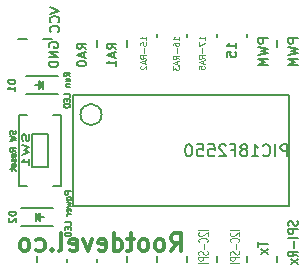
<source format=gbr>
G04 #@! TF.FileFunction,Legend,Bot*
%FSLAX46Y46*%
G04 Gerber Fmt 4.6, Leading zero omitted, Abs format (unit mm)*
G04 Created by KiCad (PCBNEW 4.0.4+dfsg1-stable) date Sat Feb  4 10:26:13 2017*
%MOMM*%
%LPD*%
G01*
G04 APERTURE LIST*
%ADD10C,0.100000*%
%ADD11C,0.200000*%
%ADD12C,0.300000*%
%ADD13C,0.125000*%
%ADD14C,0.175000*%
%ADD15C,0.150000*%
%ADD16C,0.127000*%
G04 APERTURE END LIST*
D10*
D11*
X31394400Y-24053800D02*
X32181800Y-24053800D01*
X33528000Y-24053800D02*
X34315400Y-24053800D01*
D12*
X44368571Y-42028571D02*
X44868571Y-41314286D01*
X45225714Y-42028571D02*
X45225714Y-40528571D01*
X44654286Y-40528571D01*
X44511428Y-40600000D01*
X44440000Y-40671429D01*
X44368571Y-40814286D01*
X44368571Y-41028571D01*
X44440000Y-41171429D01*
X44511428Y-41242857D01*
X44654286Y-41314286D01*
X45225714Y-41314286D01*
X43511428Y-42028571D02*
X43654286Y-41957143D01*
X43725714Y-41885714D01*
X43797143Y-41742857D01*
X43797143Y-41314286D01*
X43725714Y-41171429D01*
X43654286Y-41100000D01*
X43511428Y-41028571D01*
X43297143Y-41028571D01*
X43154286Y-41100000D01*
X43082857Y-41171429D01*
X43011428Y-41314286D01*
X43011428Y-41742857D01*
X43082857Y-41885714D01*
X43154286Y-41957143D01*
X43297143Y-42028571D01*
X43511428Y-42028571D01*
X42154285Y-42028571D02*
X42297143Y-41957143D01*
X42368571Y-41885714D01*
X42440000Y-41742857D01*
X42440000Y-41314286D01*
X42368571Y-41171429D01*
X42297143Y-41100000D01*
X42154285Y-41028571D01*
X41940000Y-41028571D01*
X41797143Y-41100000D01*
X41725714Y-41171429D01*
X41654285Y-41314286D01*
X41654285Y-41742857D01*
X41725714Y-41885714D01*
X41797143Y-41957143D01*
X41940000Y-42028571D01*
X42154285Y-42028571D01*
X41225714Y-41028571D02*
X40654285Y-41028571D01*
X41011428Y-40528571D02*
X41011428Y-41814286D01*
X40940000Y-41957143D01*
X40797142Y-42028571D01*
X40654285Y-42028571D01*
X39511428Y-42028571D02*
X39511428Y-40528571D01*
X39511428Y-41957143D02*
X39654285Y-42028571D01*
X39939999Y-42028571D01*
X40082857Y-41957143D01*
X40154285Y-41885714D01*
X40225714Y-41742857D01*
X40225714Y-41314286D01*
X40154285Y-41171429D01*
X40082857Y-41100000D01*
X39939999Y-41028571D01*
X39654285Y-41028571D01*
X39511428Y-41100000D01*
X38225714Y-41957143D02*
X38368571Y-42028571D01*
X38654285Y-42028571D01*
X38797142Y-41957143D01*
X38868571Y-41814286D01*
X38868571Y-41242857D01*
X38797142Y-41100000D01*
X38654285Y-41028571D01*
X38368571Y-41028571D01*
X38225714Y-41100000D01*
X38154285Y-41242857D01*
X38154285Y-41385714D01*
X38868571Y-41528571D01*
X37654285Y-41028571D02*
X37297142Y-42028571D01*
X36940000Y-41028571D01*
X35797143Y-41957143D02*
X35940000Y-42028571D01*
X36225714Y-42028571D01*
X36368571Y-41957143D01*
X36440000Y-41814286D01*
X36440000Y-41242857D01*
X36368571Y-41100000D01*
X36225714Y-41028571D01*
X35940000Y-41028571D01*
X35797143Y-41100000D01*
X35725714Y-41242857D01*
X35725714Y-41385714D01*
X36440000Y-41528571D01*
X34868571Y-42028571D02*
X35011429Y-41957143D01*
X35082857Y-41814286D01*
X35082857Y-40528571D01*
X34297143Y-41885714D02*
X34225715Y-41957143D01*
X34297143Y-42028571D01*
X34368572Y-41957143D01*
X34297143Y-41885714D01*
X34297143Y-42028571D01*
X32940000Y-41957143D02*
X33082857Y-42028571D01*
X33368571Y-42028571D01*
X33511429Y-41957143D01*
X33582857Y-41885714D01*
X33654286Y-41742857D01*
X33654286Y-41314286D01*
X33582857Y-41171429D01*
X33511429Y-41100000D01*
X33368571Y-41028571D01*
X33082857Y-41028571D01*
X32940000Y-41100000D01*
X32082857Y-42028571D02*
X32225715Y-41957143D01*
X32297143Y-41885714D01*
X32368572Y-41742857D01*
X32368572Y-41314286D01*
X32297143Y-41171429D01*
X32225715Y-41100000D01*
X32082857Y-41028571D01*
X31868572Y-41028571D01*
X31725715Y-41100000D01*
X31654286Y-41171429D01*
X31582857Y-41314286D01*
X31582857Y-41742857D01*
X31654286Y-41885714D01*
X31725715Y-41957143D01*
X31868572Y-42028571D01*
X32082857Y-42028571D01*
D11*
X34042400Y-24790477D02*
X34004305Y-24714286D01*
X34004305Y-24600001D01*
X34042400Y-24485715D01*
X34118590Y-24409524D01*
X34194781Y-24371429D01*
X34347162Y-24333334D01*
X34461448Y-24333334D01*
X34613829Y-24371429D01*
X34690019Y-24409524D01*
X34766210Y-24485715D01*
X34804305Y-24600001D01*
X34804305Y-24676191D01*
X34766210Y-24790477D01*
X34728114Y-24828572D01*
X34461448Y-24828572D01*
X34461448Y-24676191D01*
X34804305Y-25171429D02*
X34004305Y-25171429D01*
X34804305Y-25628572D01*
X34004305Y-25628572D01*
X34804305Y-26009524D02*
X34004305Y-26009524D01*
X34004305Y-26200000D01*
X34042400Y-26314286D01*
X34118590Y-26390477D01*
X34194781Y-26428572D01*
X34347162Y-26466667D01*
X34461448Y-26466667D01*
X34613829Y-26428572D01*
X34690019Y-26390477D01*
X34766210Y-26314286D01*
X34804305Y-26200000D01*
X34804305Y-26009524D01*
X34105905Y-21412333D02*
X34905905Y-21679000D01*
X34105905Y-21945667D01*
X34829714Y-22669476D02*
X34867810Y-22631381D01*
X34905905Y-22517095D01*
X34905905Y-22440905D01*
X34867810Y-22326619D01*
X34791619Y-22250428D01*
X34715429Y-22212333D01*
X34563048Y-22174238D01*
X34448762Y-22174238D01*
X34296381Y-22212333D01*
X34220190Y-22250428D01*
X34144000Y-22326619D01*
X34105905Y-22440905D01*
X34105905Y-22517095D01*
X34144000Y-22631381D01*
X34182095Y-22669476D01*
X34829714Y-23469476D02*
X34867810Y-23431381D01*
X34905905Y-23317095D01*
X34905905Y-23240905D01*
X34867810Y-23126619D01*
X34791619Y-23050428D01*
X34715429Y-23012333D01*
X34563048Y-22974238D01*
X34448762Y-22974238D01*
X34296381Y-23012333D01*
X34220190Y-23050428D01*
X34144000Y-23126619D01*
X34105905Y-23240905D01*
X34105905Y-23317095D01*
X34144000Y-23431381D01*
X34182095Y-23469476D01*
D13*
X47478905Y-40251239D02*
X46678905Y-40251239D01*
X46755095Y-40465524D02*
X46717000Y-40489334D01*
X46678905Y-40536953D01*
X46678905Y-40656000D01*
X46717000Y-40703619D01*
X46755095Y-40727429D01*
X46831286Y-40751238D01*
X46907476Y-40751238D01*
X47021762Y-40727429D01*
X47478905Y-40441715D01*
X47478905Y-40751238D01*
X47402714Y-41251238D02*
X47440810Y-41227428D01*
X47478905Y-41156000D01*
X47478905Y-41108381D01*
X47440810Y-41036952D01*
X47364619Y-40989333D01*
X47288429Y-40965524D01*
X47136048Y-40941714D01*
X47021762Y-40941714D01*
X46869381Y-40965524D01*
X46793190Y-40989333D01*
X46717000Y-41036952D01*
X46678905Y-41108381D01*
X46678905Y-41156000D01*
X46717000Y-41227428D01*
X46755095Y-41251238D01*
X47174143Y-41465524D02*
X47174143Y-41846476D01*
X47440810Y-42060762D02*
X47478905Y-42132191D01*
X47478905Y-42251238D01*
X47440810Y-42298857D01*
X47402714Y-42322667D01*
X47326524Y-42346476D01*
X47250333Y-42346476D01*
X47174143Y-42322667D01*
X47136048Y-42298857D01*
X47097952Y-42251238D01*
X47059857Y-42156000D01*
X47021762Y-42108381D01*
X46983667Y-42084572D01*
X46907476Y-42060762D01*
X46831286Y-42060762D01*
X46755095Y-42084572D01*
X46717000Y-42108381D01*
X46678905Y-42156000D01*
X46678905Y-42275048D01*
X46717000Y-42346476D01*
X47478905Y-42560762D02*
X46678905Y-42560762D01*
X46678905Y-42751238D01*
X46717000Y-42798857D01*
X46755095Y-42822666D01*
X46831286Y-42846476D01*
X46945571Y-42846476D01*
X47021762Y-42822666D01*
X47059857Y-42798857D01*
X47097952Y-42751238D01*
X47097952Y-42560762D01*
X47478905Y-43060762D02*
X46678905Y-43060762D01*
X50145905Y-40251239D02*
X49345905Y-40251239D01*
X49422095Y-40465524D02*
X49384000Y-40489334D01*
X49345905Y-40536953D01*
X49345905Y-40656000D01*
X49384000Y-40703619D01*
X49422095Y-40727429D01*
X49498286Y-40751238D01*
X49574476Y-40751238D01*
X49688762Y-40727429D01*
X50145905Y-40441715D01*
X50145905Y-40751238D01*
X50069714Y-41251238D02*
X50107810Y-41227428D01*
X50145905Y-41156000D01*
X50145905Y-41108381D01*
X50107810Y-41036952D01*
X50031619Y-40989333D01*
X49955429Y-40965524D01*
X49803048Y-40941714D01*
X49688762Y-40941714D01*
X49536381Y-40965524D01*
X49460190Y-40989333D01*
X49384000Y-41036952D01*
X49345905Y-41108381D01*
X49345905Y-41156000D01*
X49384000Y-41227428D01*
X49422095Y-41251238D01*
X49841143Y-41465524D02*
X49841143Y-41846476D01*
X50107810Y-42060762D02*
X50145905Y-42132191D01*
X50145905Y-42251238D01*
X50107810Y-42298857D01*
X50069714Y-42322667D01*
X49993524Y-42346476D01*
X49917333Y-42346476D01*
X49841143Y-42322667D01*
X49803048Y-42298857D01*
X49764952Y-42251238D01*
X49726857Y-42156000D01*
X49688762Y-42108381D01*
X49650667Y-42084572D01*
X49574476Y-42060762D01*
X49498286Y-42060762D01*
X49422095Y-42084572D01*
X49384000Y-42108381D01*
X49345905Y-42156000D01*
X49345905Y-42275048D01*
X49384000Y-42346476D01*
X50145905Y-42560762D02*
X49345905Y-42560762D01*
X49345905Y-42751238D01*
X49384000Y-42798857D01*
X49422095Y-42822666D01*
X49498286Y-42846476D01*
X49612571Y-42846476D01*
X49688762Y-42822666D01*
X49726857Y-42798857D01*
X49764952Y-42751238D01*
X49764952Y-42560762D01*
X50145905Y-43060762D02*
X49345905Y-43060762D01*
X47216190Y-24165858D02*
X47216190Y-23880144D01*
X47216190Y-24023001D02*
X46716190Y-24023001D01*
X46787619Y-23975382D01*
X46835238Y-23927763D01*
X46859048Y-23880144D01*
X46716190Y-24332525D02*
X46716190Y-24665858D01*
X47216190Y-24451572D01*
X47025714Y-24856334D02*
X47025714Y-25237286D01*
X47216190Y-25761096D02*
X46978095Y-25594429D01*
X47216190Y-25475382D02*
X46716190Y-25475382D01*
X46716190Y-25665858D01*
X46740000Y-25713477D01*
X46763810Y-25737286D01*
X46811429Y-25761096D01*
X46882857Y-25761096D01*
X46930476Y-25737286D01*
X46954286Y-25713477D01*
X46978095Y-25665858D01*
X46978095Y-25475382D01*
X47073333Y-25951572D02*
X47073333Y-26189667D01*
X47216190Y-25903953D02*
X46716190Y-26070620D01*
X47216190Y-26237286D01*
X46716190Y-26642048D02*
X46716190Y-26403953D01*
X46954286Y-26380143D01*
X46930476Y-26403953D01*
X46906667Y-26451572D01*
X46906667Y-26570619D01*
X46930476Y-26618238D01*
X46954286Y-26642048D01*
X47001905Y-26665857D01*
X47120952Y-26665857D01*
X47168571Y-26642048D01*
X47192381Y-26618238D01*
X47216190Y-26570619D01*
X47216190Y-26451572D01*
X47192381Y-26403953D01*
X47168571Y-26380143D01*
X45031790Y-24191258D02*
X45031790Y-23905544D01*
X45031790Y-24048401D02*
X44531790Y-24048401D01*
X44603219Y-24000782D01*
X44650838Y-23953163D01*
X44674648Y-23905544D01*
X44531790Y-24619829D02*
X44531790Y-24524591D01*
X44555600Y-24476972D01*
X44579410Y-24453163D01*
X44650838Y-24405544D01*
X44746076Y-24381734D01*
X44936552Y-24381734D01*
X44984171Y-24405544D01*
X45007981Y-24429353D01*
X45031790Y-24476972D01*
X45031790Y-24572210D01*
X45007981Y-24619829D01*
X44984171Y-24643639D01*
X44936552Y-24667448D01*
X44817505Y-24667448D01*
X44769886Y-24643639D01*
X44746076Y-24619829D01*
X44722267Y-24572210D01*
X44722267Y-24476972D01*
X44746076Y-24429353D01*
X44769886Y-24405544D01*
X44817505Y-24381734D01*
X44841314Y-24881734D02*
X44841314Y-25262686D01*
X45031790Y-25786496D02*
X44793695Y-25619829D01*
X45031790Y-25500782D02*
X44531790Y-25500782D01*
X44531790Y-25691258D01*
X44555600Y-25738877D01*
X44579410Y-25762686D01*
X44627029Y-25786496D01*
X44698457Y-25786496D01*
X44746076Y-25762686D01*
X44769886Y-25738877D01*
X44793695Y-25691258D01*
X44793695Y-25500782D01*
X44888933Y-25976972D02*
X44888933Y-26215067D01*
X45031790Y-25929353D02*
X44531790Y-26096020D01*
X45031790Y-26262686D01*
X44531790Y-26381734D02*
X44531790Y-26691257D01*
X44722267Y-26524591D01*
X44722267Y-26596019D01*
X44746076Y-26643638D01*
X44769886Y-26667448D01*
X44817505Y-26691257D01*
X44936552Y-26691257D01*
X44984171Y-26667448D01*
X45007981Y-26643638D01*
X45031790Y-26596019D01*
X45031790Y-26453162D01*
X45007981Y-26405543D01*
X44984171Y-26381734D01*
D11*
X49891905Y-24866619D02*
X49891905Y-24409476D01*
X49891905Y-24638047D02*
X49091905Y-24638047D01*
X49206190Y-24561857D01*
X49282381Y-24485666D01*
X49320476Y-24409476D01*
X49091905Y-25590429D02*
X49091905Y-25209476D01*
X49472857Y-25171381D01*
X49434762Y-25209476D01*
X49396667Y-25285667D01*
X49396667Y-25476143D01*
X49434762Y-25552333D01*
X49472857Y-25590429D01*
X49549048Y-25628524D01*
X49739524Y-25628524D01*
X49815714Y-25590429D01*
X49853810Y-25552333D01*
X49891905Y-25476143D01*
X49891905Y-25285667D01*
X49853810Y-25209476D01*
X49815714Y-25171381D01*
D13*
X42263190Y-24165858D02*
X42263190Y-23880144D01*
X42263190Y-24023001D02*
X41763190Y-24023001D01*
X41834619Y-23975382D01*
X41882238Y-23927763D01*
X41906048Y-23880144D01*
X41763190Y-24618239D02*
X41763190Y-24380144D01*
X42001286Y-24356334D01*
X41977476Y-24380144D01*
X41953667Y-24427763D01*
X41953667Y-24546810D01*
X41977476Y-24594429D01*
X42001286Y-24618239D01*
X42048905Y-24642048D01*
X42167952Y-24642048D01*
X42215571Y-24618239D01*
X42239381Y-24594429D01*
X42263190Y-24546810D01*
X42263190Y-24427763D01*
X42239381Y-24380144D01*
X42215571Y-24356334D01*
X42072714Y-24856334D02*
X42072714Y-25237286D01*
X42263190Y-25761096D02*
X42025095Y-25594429D01*
X42263190Y-25475382D02*
X41763190Y-25475382D01*
X41763190Y-25665858D01*
X41787000Y-25713477D01*
X41810810Y-25737286D01*
X41858429Y-25761096D01*
X41929857Y-25761096D01*
X41977476Y-25737286D01*
X42001286Y-25713477D01*
X42025095Y-25665858D01*
X42025095Y-25475382D01*
X42120333Y-25951572D02*
X42120333Y-26189667D01*
X42263190Y-25903953D02*
X41763190Y-26070620D01*
X42263190Y-26237286D01*
X41810810Y-26380143D02*
X41787000Y-26403953D01*
X41763190Y-26451572D01*
X41763190Y-26570619D01*
X41787000Y-26618238D01*
X41810810Y-26642048D01*
X41858429Y-26665857D01*
X41906048Y-26665857D01*
X41977476Y-26642048D01*
X42263190Y-26356334D01*
X42263190Y-26665857D01*
D14*
X55060810Y-39491666D02*
X55098905Y-39591666D01*
X55098905Y-39758333D01*
X55060810Y-39825000D01*
X55022714Y-39858333D01*
X54946524Y-39891666D01*
X54870333Y-39891666D01*
X54794143Y-39858333D01*
X54756048Y-39825000D01*
X54717952Y-39758333D01*
X54679857Y-39625000D01*
X54641762Y-39558333D01*
X54603667Y-39525000D01*
X54527476Y-39491666D01*
X54451286Y-39491666D01*
X54375095Y-39525000D01*
X54337000Y-39558333D01*
X54298905Y-39625000D01*
X54298905Y-39791666D01*
X54337000Y-39891666D01*
X55098905Y-40191667D02*
X54298905Y-40191667D01*
X54298905Y-40458333D01*
X54337000Y-40525000D01*
X54375095Y-40558333D01*
X54451286Y-40591667D01*
X54565571Y-40591667D01*
X54641762Y-40558333D01*
X54679857Y-40525000D01*
X54717952Y-40458333D01*
X54717952Y-40191667D01*
X55098905Y-40891667D02*
X54298905Y-40891667D01*
X54794143Y-41225000D02*
X54794143Y-41758333D01*
X55098905Y-42491667D02*
X54717952Y-42258333D01*
X55098905Y-42091667D02*
X54298905Y-42091667D01*
X54298905Y-42358333D01*
X54337000Y-42425000D01*
X54375095Y-42458333D01*
X54451286Y-42491667D01*
X54565571Y-42491667D01*
X54641762Y-42458333D01*
X54679857Y-42425000D01*
X54717952Y-42358333D01*
X54717952Y-42091667D01*
X55098905Y-42725000D02*
X54565571Y-43091667D01*
X54565571Y-42725000D02*
X55098905Y-43091667D01*
D11*
X51758905Y-41230619D02*
X51758905Y-41687762D01*
X52558905Y-41459191D02*
X51758905Y-41459191D01*
X52558905Y-41878239D02*
X52025571Y-42297286D01*
X52025571Y-41878239D02*
X52558905Y-42297286D01*
X39731905Y-24923810D02*
X39350952Y-24657143D01*
X39731905Y-24466667D02*
X38931905Y-24466667D01*
X38931905Y-24771429D01*
X38970000Y-24847620D01*
X39008095Y-24885715D01*
X39084286Y-24923810D01*
X39198571Y-24923810D01*
X39274762Y-24885715D01*
X39312857Y-24847620D01*
X39350952Y-24771429D01*
X39350952Y-24466667D01*
X39503333Y-25228572D02*
X39503333Y-25609524D01*
X39731905Y-25152381D02*
X38931905Y-25419048D01*
X39731905Y-25685715D01*
X39731905Y-26371429D02*
X39731905Y-25914286D01*
X39731905Y-26142857D02*
X38931905Y-26142857D01*
X39046190Y-26066667D01*
X39122381Y-25990476D01*
X39160476Y-25914286D01*
X37191905Y-24923810D02*
X36810952Y-24657143D01*
X37191905Y-24466667D02*
X36391905Y-24466667D01*
X36391905Y-24771429D01*
X36430000Y-24847620D01*
X36468095Y-24885715D01*
X36544286Y-24923810D01*
X36658571Y-24923810D01*
X36734762Y-24885715D01*
X36772857Y-24847620D01*
X36810952Y-24771429D01*
X36810952Y-24466667D01*
X36963333Y-25228572D02*
X36963333Y-25609524D01*
X37191905Y-25152381D02*
X36391905Y-25419048D01*
X37191905Y-25685715D01*
X36391905Y-26104762D02*
X36391905Y-26180953D01*
X36430000Y-26257143D01*
X36468095Y-26295238D01*
X36544286Y-26333334D01*
X36696667Y-26371429D01*
X36887143Y-26371429D01*
X37039524Y-26333334D01*
X37115714Y-26295238D01*
X37153810Y-26257143D01*
X37191905Y-26180953D01*
X37191905Y-26104762D01*
X37153810Y-26028572D01*
X37115714Y-25990476D01*
X37039524Y-25952381D01*
X36887143Y-25914286D01*
X36696667Y-25914286D01*
X36544286Y-25952381D01*
X36468095Y-25990476D01*
X36430000Y-26028572D01*
X36391905Y-26104762D01*
X55098905Y-24022190D02*
X54298905Y-24022190D01*
X54298905Y-24326952D01*
X54337000Y-24403143D01*
X54375095Y-24441238D01*
X54451286Y-24479333D01*
X54565571Y-24479333D01*
X54641762Y-24441238D01*
X54679857Y-24403143D01*
X54717952Y-24326952D01*
X54717952Y-24022190D01*
X54298905Y-24746000D02*
X55098905Y-24936476D01*
X54527476Y-25088857D01*
X55098905Y-25241238D01*
X54298905Y-25431714D01*
X55098905Y-25736476D02*
X54298905Y-25736476D01*
X54870333Y-26003143D01*
X54298905Y-26269810D01*
X55098905Y-26269810D01*
X33020000Y-42926000D02*
X33020000Y-42418000D01*
X35560000Y-42926000D02*
X35560000Y-42672000D01*
X38100000Y-42926000D02*
X38100000Y-42672000D01*
X40640000Y-42926000D02*
X40640000Y-42418000D01*
X43180000Y-42926000D02*
X43180000Y-42418000D01*
X45720000Y-42926000D02*
X45720000Y-42418000D01*
X48260000Y-42926000D02*
X48260000Y-42418000D01*
X50800000Y-42926000D02*
X50800000Y-42418000D01*
X53340000Y-42926000D02*
X53340000Y-42418000D01*
X38100000Y-24130000D02*
X38100000Y-24765000D01*
X40640000Y-24130000D02*
X40640000Y-24765000D01*
X43180000Y-23876000D02*
X43180000Y-23622000D01*
X45720000Y-23876000D02*
X45720000Y-23622000D01*
X48260000Y-23876000D02*
X48260000Y-23622000D01*
X50800000Y-23876000D02*
X50800000Y-23622000D01*
X53340000Y-24130000D02*
X53340000Y-24765000D01*
X52558905Y-24022190D02*
X51758905Y-24022190D01*
X51758905Y-24326952D01*
X51797000Y-24403143D01*
X51835095Y-24441238D01*
X51911286Y-24479333D01*
X52025571Y-24479333D01*
X52101762Y-24441238D01*
X52139857Y-24403143D01*
X52177952Y-24326952D01*
X52177952Y-24022190D01*
X51758905Y-24746000D02*
X52558905Y-24936476D01*
X51987476Y-25088857D01*
X52558905Y-25241238D01*
X51758905Y-25431714D01*
X52558905Y-25736476D02*
X51758905Y-25736476D01*
X52330333Y-26003143D01*
X51758905Y-26269810D01*
X52558905Y-26269810D01*
D15*
X33974000Y-34928000D02*
X33974000Y-32128000D01*
X33974000Y-32128000D02*
X32574000Y-32128000D01*
X32574000Y-32128000D02*
X32574000Y-34928000D01*
X32574000Y-34928000D02*
X33974000Y-34928000D01*
X35024000Y-30528000D02*
X34374000Y-30528000D01*
X31524000Y-30528000D02*
X32174000Y-30528000D01*
X32174000Y-36528000D02*
X31524000Y-36528000D01*
X35024000Y-36528000D02*
X34374000Y-36528000D01*
X35024000Y-30528000D02*
X35024000Y-36528000D01*
X31524000Y-36528000D02*
X31524000Y-30528000D01*
X34800980Y-28750000D02*
X32100980Y-28750000D01*
X34800980Y-27250000D02*
X32100980Y-27250000D01*
X33300980Y-28150000D02*
X33300980Y-27900000D01*
X33300980Y-27900000D02*
X33450980Y-28050000D01*
X33550980Y-27650000D02*
X33550980Y-28350000D01*
X33200980Y-28000000D02*
X32850980Y-28000000D01*
X33550980Y-28000000D02*
X33200980Y-27650000D01*
X33200980Y-27650000D02*
X33200980Y-28350000D01*
X33200980Y-28350000D02*
X33550980Y-28000000D01*
X31650000Y-38400000D02*
X34350000Y-38400000D01*
X31650000Y-39900000D02*
X34350000Y-39900000D01*
X33150000Y-39000000D02*
X33150000Y-39250000D01*
X33150000Y-39250000D02*
X33000000Y-39100000D01*
X32900000Y-39500000D02*
X32900000Y-38800000D01*
X33250000Y-39150000D02*
X33600000Y-39150000D01*
X32900000Y-39150000D02*
X33250000Y-39500000D01*
X33250000Y-39500000D02*
X33250000Y-38800000D01*
X33250000Y-38800000D02*
X32900000Y-39150000D01*
X54356000Y-28829000D02*
X54356000Y-38227000D01*
X36068000Y-38227000D02*
X36068000Y-28829000D01*
X36068000Y-38227000D02*
X54356000Y-38227000D01*
X54356000Y-28829000D02*
X36068000Y-28829000D01*
X38490026Y-30480000D02*
G75*
G03X38490026Y-30480000I-898026J0D01*
G01*
X32348457Y-32118467D02*
X32377029Y-32261324D01*
X32377029Y-32499420D01*
X32348457Y-32594658D01*
X32319886Y-32642277D01*
X32262743Y-32689896D01*
X32205600Y-32689896D01*
X32148457Y-32642277D01*
X32119886Y-32594658D01*
X32091314Y-32499420D01*
X32062743Y-32308943D01*
X32034171Y-32213705D01*
X32005600Y-32166086D01*
X31948457Y-32118467D01*
X31891314Y-32118467D01*
X31834171Y-32166086D01*
X31805600Y-32213705D01*
X31777029Y-32308943D01*
X31777029Y-32547039D01*
X31805600Y-32689896D01*
X31777029Y-33023229D02*
X32377029Y-33261324D01*
X31948457Y-33451801D01*
X32377029Y-33642277D01*
X31777029Y-33880372D01*
X32377029Y-34785134D02*
X32377029Y-34213705D01*
X32377029Y-34499419D02*
X31777029Y-34499419D01*
X31862743Y-34404181D01*
X31919886Y-34308943D01*
X31948457Y-34213705D01*
D16*
X31193619Y-31858857D02*
X31217810Y-31931428D01*
X31217810Y-32052381D01*
X31193619Y-32100762D01*
X31169429Y-32124952D01*
X31121048Y-32149143D01*
X31072667Y-32149143D01*
X31024286Y-32124952D01*
X31000095Y-32100762D01*
X30975905Y-32052381D01*
X30951714Y-31955619D01*
X30927524Y-31907238D01*
X30903333Y-31883047D01*
X30854952Y-31858857D01*
X30806571Y-31858857D01*
X30758190Y-31883047D01*
X30734000Y-31907238D01*
X30709810Y-31955619D01*
X30709810Y-32076571D01*
X30734000Y-32149143D01*
X30709810Y-32318476D02*
X31217810Y-32439429D01*
X30854952Y-32536191D01*
X31217810Y-32632953D01*
X30709810Y-32753905D01*
X31217810Y-33624762D02*
X30975905Y-33455429D01*
X31217810Y-33334476D02*
X30709810Y-33334476D01*
X30709810Y-33528000D01*
X30734000Y-33576381D01*
X30758190Y-33600572D01*
X30806571Y-33624762D01*
X30879143Y-33624762D01*
X30927524Y-33600572D01*
X30951714Y-33576381D01*
X30975905Y-33528000D01*
X30975905Y-33334476D01*
X31193619Y-34036000D02*
X31217810Y-33987619D01*
X31217810Y-33890857D01*
X31193619Y-33842476D01*
X31145238Y-33818286D01*
X30951714Y-33818286D01*
X30903333Y-33842476D01*
X30879143Y-33890857D01*
X30879143Y-33987619D01*
X30903333Y-34036000D01*
X30951714Y-34060191D01*
X31000095Y-34060191D01*
X31048476Y-33818286D01*
X31193619Y-34253715D02*
X31217810Y-34302096D01*
X31217810Y-34398858D01*
X31193619Y-34447239D01*
X31145238Y-34471429D01*
X31121048Y-34471429D01*
X31072667Y-34447239D01*
X31048476Y-34398858D01*
X31048476Y-34326286D01*
X31024286Y-34277905D01*
X30975905Y-34253715D01*
X30951714Y-34253715D01*
X30903333Y-34277905D01*
X30879143Y-34326286D01*
X30879143Y-34398858D01*
X30903333Y-34447239D01*
X31193619Y-34882667D02*
X31217810Y-34834286D01*
X31217810Y-34737524D01*
X31193619Y-34689143D01*
X31145238Y-34664953D01*
X30951714Y-34664953D01*
X30903333Y-34689143D01*
X30879143Y-34737524D01*
X30879143Y-34834286D01*
X30903333Y-34882667D01*
X30951714Y-34906858D01*
X31000095Y-34906858D01*
X31048476Y-34664953D01*
X30879143Y-35052001D02*
X30879143Y-35245525D01*
X30709810Y-35124572D02*
X31145238Y-35124572D01*
X31193619Y-35148763D01*
X31217810Y-35197144D01*
X31217810Y-35245525D01*
D15*
X31178789Y-27557143D02*
X30578789Y-27557143D01*
X30578789Y-27700000D01*
X30607360Y-27785715D01*
X30664503Y-27842857D01*
X30721646Y-27871429D01*
X30835931Y-27900000D01*
X30921646Y-27900000D01*
X31035931Y-27871429D01*
X31093074Y-27842857D01*
X31150217Y-27785715D01*
X31178789Y-27700000D01*
X31178789Y-27557143D01*
X31178789Y-28471429D02*
X31178789Y-28128572D01*
X31178789Y-28300000D02*
X30578789Y-28300000D01*
X30664503Y-28242857D01*
X30721646Y-28185715D01*
X30750217Y-28128572D01*
D16*
X35799810Y-27214667D02*
X35557905Y-27045334D01*
X35799810Y-26924381D02*
X35291810Y-26924381D01*
X35291810Y-27117905D01*
X35316000Y-27166286D01*
X35340190Y-27190477D01*
X35388571Y-27214667D01*
X35461143Y-27214667D01*
X35509524Y-27190477D01*
X35533714Y-27166286D01*
X35557905Y-27117905D01*
X35557905Y-26924381D01*
X35461143Y-27650096D02*
X35799810Y-27650096D01*
X35461143Y-27432381D02*
X35727238Y-27432381D01*
X35775619Y-27456572D01*
X35799810Y-27504953D01*
X35799810Y-27577524D01*
X35775619Y-27625905D01*
X35751429Y-27650096D01*
X35461143Y-27892000D02*
X35799810Y-27892000D01*
X35509524Y-27892000D02*
X35485333Y-27916191D01*
X35461143Y-27964572D01*
X35461143Y-28037143D01*
X35485333Y-28085524D01*
X35533714Y-28109715D01*
X35799810Y-28109715D01*
X35799810Y-28980572D02*
X35799810Y-28738667D01*
X35291810Y-28738667D01*
X35533714Y-29149905D02*
X35533714Y-29319239D01*
X35799810Y-29391810D02*
X35799810Y-29149905D01*
X35291810Y-29149905D01*
X35291810Y-29391810D01*
X35799810Y-29609524D02*
X35291810Y-29609524D01*
X35291810Y-29730477D01*
X35316000Y-29803048D01*
X35364381Y-29851429D01*
X35412762Y-29875620D01*
X35509524Y-29899810D01*
X35582095Y-29899810D01*
X35678857Y-29875620D01*
X35727238Y-29851429D01*
X35775619Y-29803048D01*
X35799810Y-29730477D01*
X35799810Y-29609524D01*
D15*
X31259429Y-38698543D02*
X30659429Y-38698543D01*
X30659429Y-38841400D01*
X30688000Y-38927115D01*
X30745143Y-38984257D01*
X30802286Y-39012829D01*
X30916571Y-39041400D01*
X31002286Y-39041400D01*
X31116571Y-39012829D01*
X31173714Y-38984257D01*
X31230857Y-38927115D01*
X31259429Y-38841400D01*
X31259429Y-38698543D01*
X30716571Y-39269972D02*
X30688000Y-39298543D01*
X30659429Y-39355686D01*
X30659429Y-39498543D01*
X30688000Y-39555686D01*
X30716571Y-39584257D01*
X30773714Y-39612829D01*
X30830857Y-39612829D01*
X30916571Y-39584257D01*
X31259429Y-39241400D01*
X31259429Y-39612829D01*
D16*
X35899810Y-36983143D02*
X35391810Y-36983143D01*
X35391810Y-37176667D01*
X35416000Y-37225048D01*
X35440190Y-37249239D01*
X35488571Y-37273429D01*
X35561143Y-37273429D01*
X35609524Y-37249239D01*
X35633714Y-37225048D01*
X35657905Y-37176667D01*
X35657905Y-36983143D01*
X35899810Y-37563715D02*
X35875619Y-37515334D01*
X35851429Y-37491143D01*
X35803048Y-37466953D01*
X35657905Y-37466953D01*
X35609524Y-37491143D01*
X35585333Y-37515334D01*
X35561143Y-37563715D01*
X35561143Y-37636286D01*
X35585333Y-37684667D01*
X35609524Y-37708858D01*
X35657905Y-37733048D01*
X35803048Y-37733048D01*
X35851429Y-37708858D01*
X35875619Y-37684667D01*
X35899810Y-37636286D01*
X35899810Y-37563715D01*
X35561143Y-37902381D02*
X35899810Y-37999143D01*
X35657905Y-38095905D01*
X35899810Y-38192667D01*
X35561143Y-38289429D01*
X35875619Y-38676476D02*
X35899810Y-38628095D01*
X35899810Y-38531333D01*
X35875619Y-38482952D01*
X35827238Y-38458762D01*
X35633714Y-38458762D01*
X35585333Y-38482952D01*
X35561143Y-38531333D01*
X35561143Y-38628095D01*
X35585333Y-38676476D01*
X35633714Y-38700667D01*
X35682095Y-38700667D01*
X35730476Y-38458762D01*
X35899810Y-38918381D02*
X35561143Y-38918381D01*
X35657905Y-38918381D02*
X35609524Y-38942572D01*
X35585333Y-38966762D01*
X35561143Y-39015143D01*
X35561143Y-39063524D01*
X35899810Y-39861810D02*
X35899810Y-39619905D01*
X35391810Y-39619905D01*
X35633714Y-40031143D02*
X35633714Y-40200477D01*
X35899810Y-40273048D02*
X35899810Y-40031143D01*
X35391810Y-40031143D01*
X35391810Y-40273048D01*
X35899810Y-40490762D02*
X35391810Y-40490762D01*
X35391810Y-40611715D01*
X35416000Y-40684286D01*
X35464381Y-40732667D01*
X35512762Y-40756858D01*
X35609524Y-40781048D01*
X35682095Y-40781048D01*
X35778857Y-40756858D01*
X35827238Y-40732667D01*
X35875619Y-40684286D01*
X35899810Y-40611715D01*
X35899810Y-40490762D01*
D15*
X54196714Y-34005781D02*
X54196714Y-33005781D01*
X53815761Y-33005781D01*
X53720523Y-33053400D01*
X53672904Y-33101019D01*
X53625285Y-33196257D01*
X53625285Y-33339114D01*
X53672904Y-33434352D01*
X53720523Y-33481971D01*
X53815761Y-33529590D01*
X54196714Y-33529590D01*
X53196714Y-34005781D02*
X53196714Y-33005781D01*
X52149095Y-33910543D02*
X52196714Y-33958162D01*
X52339571Y-34005781D01*
X52434809Y-34005781D01*
X52577667Y-33958162D01*
X52672905Y-33862924D01*
X52720524Y-33767686D01*
X52768143Y-33577210D01*
X52768143Y-33434352D01*
X52720524Y-33243876D01*
X52672905Y-33148638D01*
X52577667Y-33053400D01*
X52434809Y-33005781D01*
X52339571Y-33005781D01*
X52196714Y-33053400D01*
X52149095Y-33101019D01*
X51196714Y-34005781D02*
X51768143Y-34005781D01*
X51482429Y-34005781D02*
X51482429Y-33005781D01*
X51577667Y-33148638D01*
X51672905Y-33243876D01*
X51768143Y-33291495D01*
X50625286Y-33434352D02*
X50720524Y-33386733D01*
X50768143Y-33339114D01*
X50815762Y-33243876D01*
X50815762Y-33196257D01*
X50768143Y-33101019D01*
X50720524Y-33053400D01*
X50625286Y-33005781D01*
X50434809Y-33005781D01*
X50339571Y-33053400D01*
X50291952Y-33101019D01*
X50244333Y-33196257D01*
X50244333Y-33243876D01*
X50291952Y-33339114D01*
X50339571Y-33386733D01*
X50434809Y-33434352D01*
X50625286Y-33434352D01*
X50720524Y-33481971D01*
X50768143Y-33529590D01*
X50815762Y-33624829D01*
X50815762Y-33815305D01*
X50768143Y-33910543D01*
X50720524Y-33958162D01*
X50625286Y-34005781D01*
X50434809Y-34005781D01*
X50339571Y-33958162D01*
X50291952Y-33910543D01*
X50244333Y-33815305D01*
X50244333Y-33624829D01*
X50291952Y-33529590D01*
X50339571Y-33481971D01*
X50434809Y-33434352D01*
X49482428Y-33481971D02*
X49815762Y-33481971D01*
X49815762Y-34005781D02*
X49815762Y-33005781D01*
X49339571Y-33005781D01*
X49006238Y-33101019D02*
X48958619Y-33053400D01*
X48863381Y-33005781D01*
X48625285Y-33005781D01*
X48530047Y-33053400D01*
X48482428Y-33101019D01*
X48434809Y-33196257D01*
X48434809Y-33291495D01*
X48482428Y-33434352D01*
X49053857Y-34005781D01*
X48434809Y-34005781D01*
X47530047Y-33005781D02*
X48006238Y-33005781D01*
X48053857Y-33481971D01*
X48006238Y-33434352D01*
X47911000Y-33386733D01*
X47672904Y-33386733D01*
X47577666Y-33434352D01*
X47530047Y-33481971D01*
X47482428Y-33577210D01*
X47482428Y-33815305D01*
X47530047Y-33910543D01*
X47577666Y-33958162D01*
X47672904Y-34005781D01*
X47911000Y-34005781D01*
X48006238Y-33958162D01*
X48053857Y-33910543D01*
X46577666Y-33005781D02*
X47053857Y-33005781D01*
X47101476Y-33481971D01*
X47053857Y-33434352D01*
X46958619Y-33386733D01*
X46720523Y-33386733D01*
X46625285Y-33434352D01*
X46577666Y-33481971D01*
X46530047Y-33577210D01*
X46530047Y-33815305D01*
X46577666Y-33910543D01*
X46625285Y-33958162D01*
X46720523Y-34005781D01*
X46958619Y-34005781D01*
X47053857Y-33958162D01*
X47101476Y-33910543D01*
X45911000Y-33005781D02*
X45815761Y-33005781D01*
X45720523Y-33053400D01*
X45672904Y-33101019D01*
X45625285Y-33196257D01*
X45577666Y-33386733D01*
X45577666Y-33624829D01*
X45625285Y-33815305D01*
X45672904Y-33910543D01*
X45720523Y-33958162D01*
X45815761Y-34005781D01*
X45911000Y-34005781D01*
X46006238Y-33958162D01*
X46053857Y-33910543D01*
X46101476Y-33815305D01*
X46149095Y-33624829D01*
X46149095Y-33386733D01*
X46101476Y-33196257D01*
X46053857Y-33101019D01*
X46006238Y-33053400D01*
X45911000Y-33005781D01*
M02*

</source>
